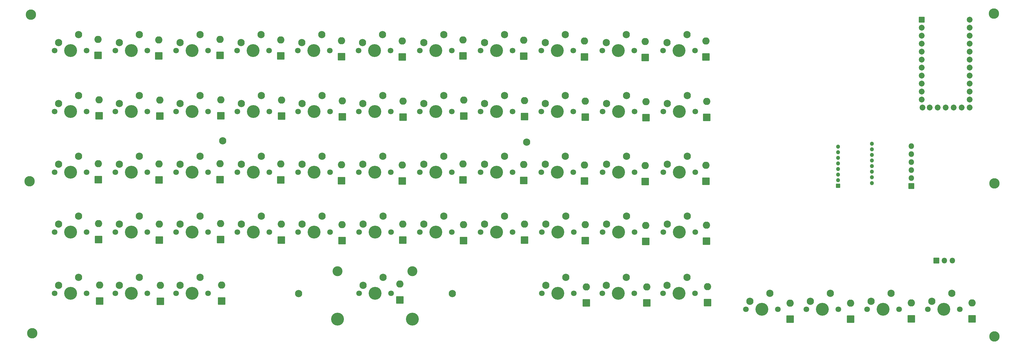
<source format=gbr>
G04 #@! TF.GenerationSoftware,KiCad,Pcbnew,(6.0.1)*
G04 #@! TF.CreationDate,2022-09-15T15:26:52-07:00*
G04 #@! TF.ProjectId,openot rev2,6f70656e-6f74-4207-9265-76322e6b6963,rev?*
G04 #@! TF.SameCoordinates,Original*
G04 #@! TF.FileFunction,Soldermask,Top*
G04 #@! TF.FilePolarity,Negative*
%FSLAX46Y46*%
G04 Gerber Fmt 4.6, Leading zero omitted, Abs format (unit mm)*
G04 Created by KiCad (PCBNEW (6.0.1)) date 2022-09-15 15:26:52*
%MOMM*%
%LPD*%
G01*
G04 APERTURE LIST*
G04 Aperture macros list*
%AMRoundRect*
0 Rectangle with rounded corners*
0 $1 Rounding radius*
0 $2 $3 $4 $5 $6 $7 $8 $9 X,Y pos of 4 corners*
0 Add a 4 corners polygon primitive as box body*
4,1,4,$2,$3,$4,$5,$6,$7,$8,$9,$2,$3,0*
0 Add four circle primitives for the rounded corners*
1,1,$1+$1,$2,$3*
1,1,$1+$1,$4,$5*
1,1,$1+$1,$6,$7*
1,1,$1+$1,$8,$9*
0 Add four rect primitives between the rounded corners*
20,1,$1+$1,$2,$3,$4,$5,0*
20,1,$1+$1,$4,$5,$6,$7,0*
20,1,$1+$1,$6,$7,$8,$9,0*
20,1,$1+$1,$8,$9,$2,$3,0*%
G04 Aperture macros list end*
%ADD10C,1.802000*%
%ADD11C,4.102000*%
%ADD12C,2.302000*%
%ADD13RoundRect,0.051000X1.100000X-1.100000X1.100000X1.100000X-1.100000X1.100000X-1.100000X-1.100000X0*%
%ADD14O,2.302000X2.302000*%
%ADD15C,3.302000*%
%ADD16C,3.152000*%
%ADD17RoundRect,0.051000X-0.876300X0.876300X-0.876300X-0.876300X0.876300X-0.876300X0.876300X0.876300X0*%
%ADD18C,1.854600*%
%ADD19RoundRect,0.051000X0.850000X-0.850000X0.850000X0.850000X-0.850000X0.850000X-0.850000X-0.850000X0*%
%ADD20O,1.802000X1.802000*%
%ADD21RoundRect,0.051000X-0.850000X-0.850000X0.850000X-0.850000X0.850000X0.850000X-0.850000X0.850000X0*%
%ADD22RoundRect,0.051000X-0.600000X-0.600000X0.600000X-0.600000X0.600000X0.600000X-0.600000X0.600000X0*%
%ADD23C,1.302000*%
G04 APERTURE END LIST*
D10*
X149895683Y-131614634D03*
X160055683Y-131614634D03*
D11*
X154975683Y-131614634D03*
D12*
X157515683Y-126534634D03*
X151165683Y-129074634D03*
D13*
X183174550Y-153253332D03*
D14*
X183174550Y-148173332D03*
D10*
X121290416Y-92943319D03*
X111130416Y-92943319D03*
D11*
X116210416Y-92943319D03*
D12*
X118750416Y-87863319D03*
X112400416Y-90403319D03*
D15*
X371053483Y-81170234D03*
D10*
X111109883Y-170121034D03*
D11*
X116189883Y-170121034D03*
D10*
X121269883Y-170121034D03*
D12*
X118729883Y-165041034D03*
X112379883Y-167581034D03*
D13*
X86522683Y-153073800D03*
D14*
X86522683Y-147993800D03*
D10*
X227238683Y-131614634D03*
D11*
X232318683Y-131614634D03*
D10*
X237398683Y-131614634D03*
D12*
X234858683Y-126534634D03*
X228508683Y-129074634D03*
D13*
X240954683Y-134444817D03*
D14*
X240954683Y-129364817D03*
D12*
X198943083Y-170222634D03*
D13*
X163708416Y-94848319D03*
D14*
X163708416Y-89768319D03*
D10*
X227416483Y-170121034D03*
D11*
X232496483Y-170121034D03*
D10*
X237576483Y-170121034D03*
D12*
X235036483Y-165041034D03*
X228686483Y-167581034D03*
D10*
X188635550Y-150677149D03*
D11*
X193715550Y-150677149D03*
D10*
X198795550Y-150677149D03*
D12*
X196255550Y-145597149D03*
X189905550Y-148137149D03*
D15*
X371256683Y-135221434D03*
D13*
X86649683Y-113653000D03*
D14*
X86649683Y-108573000D03*
D13*
X241513483Y-173205217D03*
D14*
X241513483Y-168125217D03*
D13*
X86365416Y-94503502D03*
D14*
X86365416Y-89423502D03*
D13*
X183042683Y-134444817D03*
D14*
X183042683Y-129364817D03*
D11*
X77632683Y-112310634D03*
D10*
X72552683Y-112310634D03*
X82712683Y-112310634D03*
D12*
X80172683Y-107230634D03*
X73822683Y-109770634D03*
D11*
X174279683Y-112310634D03*
D10*
X179359683Y-112310634D03*
X169199683Y-112310634D03*
D12*
X176819683Y-107230634D03*
X170469683Y-109770634D03*
D11*
X162481283Y-178361034D03*
D10*
X169301283Y-170121034D03*
X179461283Y-170121034D03*
D16*
X162481283Y-163121034D03*
D11*
X174381283Y-170121034D03*
X186281283Y-178361034D03*
D16*
X186281283Y-163121034D03*
D12*
X176921283Y-165041034D03*
X170571283Y-167581034D03*
D13*
X279689683Y-153581800D03*
D14*
X279689683Y-148501800D03*
D13*
X144434683Y-134100000D03*
D14*
X144434683Y-129020000D03*
D13*
X105953683Y-113780000D03*
D14*
X105953683Y-108700000D03*
D13*
X163865683Y-153418617D03*
D14*
X163865683Y-148338617D03*
D10*
X265922883Y-170121034D03*
X276082883Y-170121034D03*
D11*
X271002883Y-170121034D03*
D12*
X273542883Y-165041034D03*
X267192883Y-167581034D03*
D13*
X202478550Y-153380332D03*
D14*
X202478550Y-148300332D03*
D10*
X82682416Y-92943319D03*
D11*
X77602416Y-92943319D03*
D10*
X72522416Y-92943319D03*
D12*
X80142416Y-87863319D03*
X73792416Y-90403319D03*
X125943483Y-121607034D03*
D11*
X135671683Y-112310634D03*
D10*
X140751683Y-112310634D03*
X130591683Y-112310634D03*
D12*
X138211683Y-107230634D03*
X131861683Y-109770634D03*
D13*
X86395683Y-133973000D03*
D14*
X86395683Y-128893000D03*
D11*
X96885883Y-170121034D03*
D10*
X91805883Y-170121034D03*
X101965883Y-170121034D03*
D12*
X99425883Y-165041034D03*
X93075883Y-167581034D03*
D13*
X125587883Y-172606400D03*
D14*
X125587883Y-167526400D03*
D13*
X221620416Y-94757502D03*
D14*
X221620416Y-89677502D03*
D15*
X64577083Y-134510234D03*
D13*
X364144683Y-178245201D03*
D14*
X364144683Y-173165201D03*
D13*
X221904683Y-113907000D03*
D14*
X221904683Y-108827000D03*
D10*
X91856683Y-131614634D03*
X102016683Y-131614634D03*
D11*
X96936683Y-131614634D03*
D12*
X99476683Y-126534634D03*
X93126683Y-129074634D03*
D10*
X121320683Y-150715434D03*
D11*
X116240683Y-150715434D03*
D10*
X111160683Y-150715434D03*
D12*
X118780683Y-145635434D03*
X112430683Y-148175434D03*
D10*
X82712683Y-150715434D03*
X72552683Y-150715434D03*
D11*
X77632683Y-150715434D03*
D12*
X80172683Y-145635434D03*
X73822683Y-148175434D03*
D13*
X106156883Y-172733400D03*
D14*
X106156883Y-167653400D03*
D10*
X246669683Y-150715434D03*
X256829683Y-150715434D03*
D11*
X251749683Y-150715434D03*
D12*
X254289683Y-145635434D03*
X247939683Y-148175434D03*
D10*
X91856683Y-150715434D03*
X102016683Y-150715434D03*
D11*
X96936683Y-150715434D03*
D12*
X99476683Y-145635434D03*
X93126683Y-148175434D03*
D13*
X163738683Y-134317817D03*
D14*
X163738683Y-129237817D03*
D17*
X348142683Y-83151434D03*
D18*
X348142683Y-85691434D03*
X348142683Y-88231434D03*
X348142683Y-90771434D03*
X348142683Y-93311434D03*
X348142683Y-95851434D03*
X348142683Y-98391434D03*
X348142683Y-100931434D03*
X348142683Y-103471434D03*
X348142683Y-106011434D03*
X348142683Y-108551434D03*
X348371283Y-111091434D03*
X363382683Y-111091434D03*
X363382683Y-108551434D03*
X363382683Y-106011434D03*
X363382683Y-103471434D03*
X363382683Y-100931434D03*
X363382683Y-98391434D03*
X363382683Y-95851434D03*
X363382683Y-93311434D03*
X363382683Y-90771434D03*
X363382683Y-88231434D03*
X363382683Y-85691434D03*
X363382683Y-83151434D03*
X350682683Y-111091434D03*
X353222683Y-111091434D03*
X355762683Y-111091434D03*
X358302683Y-111091434D03*
X360842683Y-111091434D03*
D13*
X86852883Y-172606400D03*
D14*
X86852883Y-167526400D03*
D15*
X65034283Y-81475034D03*
D10*
X179491550Y-150677149D03*
D11*
X174411550Y-150677149D03*
D10*
X169331550Y-150677149D03*
D12*
X176951550Y-145597149D03*
X170601550Y-148137149D03*
D13*
X344840683Y-178245201D03*
D14*
X344840683Y-173165201D03*
D10*
X350047684Y-175251835D03*
X360207684Y-175251835D03*
D11*
X355127684Y-175251835D03*
D12*
X357667684Y-170171835D03*
X351317684Y-172711835D03*
D10*
X198760416Y-92943319D03*
D11*
X193680416Y-92943319D03*
D10*
X188600416Y-92943319D03*
D12*
X196220416Y-87863319D03*
X189870416Y-90403319D03*
D13*
X306308883Y-178336019D03*
D14*
X306308883Y-173256019D03*
D13*
X279532416Y-95011502D03*
D14*
X279532416Y-89931502D03*
D10*
X160025416Y-92943319D03*
D11*
X154945416Y-92943319D03*
D10*
X149865416Y-92943319D03*
D12*
X157485416Y-87863319D03*
X151135416Y-90403319D03*
D13*
X279816683Y-114161000D03*
D14*
X279816683Y-109081000D03*
D10*
X227238683Y-112310634D03*
X237398683Y-112310634D03*
D11*
X232318683Y-112310634D03*
D12*
X234858683Y-107230634D03*
X228508683Y-109770634D03*
D10*
X198790683Y-112310634D03*
D11*
X193710683Y-112310634D03*
D10*
X188630683Y-112310634D03*
D12*
X196250683Y-107230634D03*
X189900683Y-109770634D03*
D13*
X221650683Y-134227000D03*
D14*
X221650683Y-129147000D03*
D13*
X125257683Y-153073800D03*
D14*
X125257683Y-147993800D03*
D13*
X125100416Y-94503502D03*
D14*
X125100416Y-89423502D03*
D10*
X198790683Y-131614634D03*
D11*
X193710683Y-131614634D03*
D10*
X188630683Y-131614634D03*
D12*
X196250683Y-126534634D03*
X189900683Y-129074634D03*
D13*
X241208683Y-114124817D03*
D14*
X241208683Y-109044817D03*
D11*
X135641416Y-92943319D03*
D10*
X130561416Y-92943319D03*
X140721416Y-92943319D03*
D12*
X138181416Y-87863319D03*
X131831416Y-90403319D03*
D10*
X130591683Y-150715434D03*
X140751683Y-150715434D03*
D11*
X135671683Y-150715434D03*
D12*
X138211683Y-145635434D03*
X131861683Y-148175434D03*
D10*
X256829683Y-112310634D03*
D11*
X251749683Y-112310634D03*
D10*
X246669683Y-112310634D03*
D12*
X254289683Y-107230634D03*
X247939683Y-109770634D03*
D10*
X121320683Y-112310634D03*
D11*
X116240683Y-112310634D03*
D10*
X111160683Y-112310634D03*
D12*
X118780683Y-107230634D03*
X112430683Y-109770634D03*
D10*
X276133683Y-112310634D03*
D11*
X271053683Y-112310634D03*
D10*
X265973683Y-112310634D03*
D12*
X273593683Y-107230634D03*
X267243683Y-109770634D03*
D10*
X265943416Y-92943319D03*
X276103416Y-92943319D03*
D11*
X271023416Y-92943319D03*
D12*
X273563416Y-87863319D03*
X267213416Y-90403319D03*
D13*
X325536684Y-178336018D03*
D14*
X325536684Y-173256018D03*
D13*
X144688683Y-113780000D03*
D14*
X144688683Y-108700000D03*
D13*
X260228416Y-95102319D03*
D14*
X260228416Y-90022319D03*
D10*
X237368416Y-92943319D03*
X227208416Y-92943319D03*
D11*
X232288416Y-92943319D03*
D12*
X234828416Y-87863319D03*
X228478416Y-90403319D03*
D13*
X144404416Y-94630502D03*
D14*
X144404416Y-89550502D03*
D11*
X232450550Y-150677149D03*
D10*
X237530550Y-150677149D03*
X227370550Y-150677149D03*
D12*
X234990550Y-145597149D03*
X228640550Y-148137149D03*
D10*
X265973683Y-150715434D03*
X276133683Y-150715434D03*
D11*
X271053683Y-150715434D03*
D12*
X273593683Y-145635434D03*
X267243683Y-148175434D03*
D13*
X240924416Y-94975319D03*
D14*
X240924416Y-89895319D03*
D19*
X352816283Y-159757834D03*
D20*
X355356283Y-159757834D03*
X357896283Y-159757834D03*
D13*
X105699683Y-134100000D03*
D14*
X105699683Y-129020000D03*
D13*
X260385683Y-153672617D03*
D14*
X260385683Y-148592617D03*
D10*
X111160683Y-131614634D03*
D11*
X116240683Y-131614634D03*
D10*
X121320683Y-131614634D03*
D12*
X118780683Y-126534634D03*
X112430683Y-129074634D03*
D13*
X105669416Y-94630502D03*
D14*
X105669416Y-89550502D03*
D13*
X202316416Y-94630502D03*
D14*
X202316416Y-89550502D03*
D11*
X154975683Y-112310634D03*
D10*
X149895683Y-112310634D03*
X160055683Y-112310634D03*
D12*
X157515683Y-107230634D03*
X151165683Y-109770634D03*
D11*
X174249416Y-92943319D03*
D10*
X169169416Y-92943319D03*
X179329416Y-92943319D03*
D12*
X176789416Y-87863319D03*
X170439416Y-90403319D03*
D11*
X335823684Y-175251835D03*
D10*
X330743684Y-175251835D03*
X340903684Y-175251835D03*
D12*
X338363684Y-170171835D03*
X332013684Y-172711835D03*
D13*
X183296683Y-114124817D03*
D14*
X183296683Y-109044817D03*
D20*
X344840683Y-123334234D03*
X344840683Y-125874234D03*
X344840683Y-128414234D03*
X344840683Y-130954234D03*
X344840683Y-133494234D03*
D21*
X344840683Y-136034234D03*
D13*
X279562683Y-134481000D03*
D14*
X279562683Y-129401000D03*
D13*
X202600683Y-113780000D03*
D14*
X202600683Y-108700000D03*
D13*
X241213550Y-153380332D03*
D14*
X241213550Y-148300332D03*
D13*
X125130683Y-133973000D03*
D14*
X125130683Y-128893000D03*
D13*
X144561683Y-153200800D03*
D14*
X144561683Y-148120800D03*
D13*
X125384683Y-113653000D03*
D14*
X125384683Y-108573000D03*
D10*
X140751683Y-131614634D03*
X130591683Y-131614634D03*
D11*
X135671683Y-131614634D03*
D12*
X138211683Y-126534634D03*
X131861683Y-129074634D03*
D10*
X321599683Y-175251835D03*
X311439683Y-175251835D03*
D11*
X316519683Y-175251835D03*
D12*
X319059683Y-170171835D03*
X312709683Y-172711835D03*
D10*
X218099550Y-150677149D03*
X207939550Y-150677149D03*
D11*
X213019550Y-150677149D03*
D12*
X215559550Y-145597149D03*
X209209550Y-148137149D03*
D11*
X212984416Y-92943319D03*
D10*
X207904416Y-92943319D03*
X218064416Y-92943319D03*
D12*
X215524416Y-87863319D03*
X209174416Y-90403319D03*
D13*
X183012416Y-94975319D03*
D14*
X183012416Y-89895319D03*
D11*
X251698883Y-170121034D03*
D10*
X256778883Y-170121034D03*
X246618883Y-170121034D03*
D12*
X254238883Y-165041034D03*
X247888883Y-167581034D03*
D10*
X101986416Y-92943319D03*
X91826416Y-92943319D03*
D11*
X96906416Y-92943319D03*
D12*
X99446416Y-87863319D03*
X93096416Y-90403319D03*
D10*
X82661883Y-170121034D03*
X72501883Y-170121034D03*
D11*
X77581883Y-170121034D03*
D12*
X80121883Y-165041034D03*
X73771883Y-167581034D03*
D11*
X297291883Y-175251834D03*
D10*
X302371883Y-175251834D03*
X292211883Y-175251834D03*
D12*
X299831883Y-170171834D03*
X293481883Y-172711834D03*
D13*
X280019883Y-173114400D03*
D14*
X280019883Y-168034400D03*
D12*
X222565083Y-122064234D03*
D13*
X221909550Y-153253332D03*
D14*
X221909550Y-148173332D03*
D15*
X65389883Y-182871834D03*
D13*
X202346683Y-134100000D03*
D14*
X202346683Y-129020000D03*
D10*
X256829683Y-131614634D03*
X246669683Y-131614634D03*
D11*
X251749683Y-131614634D03*
D12*
X254289683Y-126534634D03*
X247939683Y-129074634D03*
D10*
X179359683Y-131614634D03*
X169199683Y-131614634D03*
D11*
X174279683Y-131614634D03*
D12*
X176819683Y-126534634D03*
X170469683Y-129074634D03*
D10*
X102016683Y-112310634D03*
D11*
X96936683Y-112310634D03*
D10*
X91856683Y-112310634D03*
D12*
X99476683Y-107230634D03*
X93126683Y-109770634D03*
D13*
X260715883Y-173205217D03*
D14*
X260715883Y-168125217D03*
D13*
X260512683Y-114251817D03*
D14*
X260512683Y-109171817D03*
D10*
X265973683Y-131614634D03*
X276133683Y-131614634D03*
D11*
X271053683Y-131614634D03*
D12*
X273593683Y-126534634D03*
X267243683Y-129074634D03*
D10*
X218094683Y-112310634D03*
X207934683Y-112310634D03*
D11*
X213014683Y-112310634D03*
D12*
X215554683Y-107230634D03*
X209204683Y-109770634D03*
D10*
X160055683Y-150715434D03*
X149895683Y-150715434D03*
D11*
X154975683Y-150715434D03*
D12*
X157515683Y-145635434D03*
X151165683Y-148175434D03*
D13*
X105826683Y-153200800D03*
D14*
X105826683Y-148120800D03*
D10*
X82712683Y-131614634D03*
D11*
X77632683Y-131614634D03*
D10*
X72552683Y-131614634D03*
D12*
X80172683Y-126534634D03*
X73822683Y-129074634D03*
D13*
X163992683Y-113997817D03*
D14*
X163992683Y-108917817D03*
D12*
X150098883Y-170248034D03*
D13*
X260258683Y-134571817D03*
D14*
X260258683Y-129491817D03*
D13*
X182280683Y-172240017D03*
D14*
X182280683Y-167160017D03*
D10*
X256799416Y-92943319D03*
D11*
X251719416Y-92943319D03*
D10*
X246639416Y-92943319D03*
D12*
X254259416Y-87863319D03*
X247909416Y-90403319D03*
D15*
X371205883Y-183887834D03*
D10*
X207934683Y-131614634D03*
D11*
X213014683Y-131614634D03*
D10*
X218094683Y-131614634D03*
D12*
X215554683Y-126534634D03*
X209204683Y-129074634D03*
D22*
X321576683Y-135952234D03*
D23*
X321576683Y-134172234D03*
X321576683Y-132392234D03*
X321576683Y-130612234D03*
X321576683Y-128832234D03*
X321576683Y-127052234D03*
X321576683Y-125272234D03*
X321576683Y-123492234D03*
X332276683Y-122602234D03*
X332276683Y-124382234D03*
X332276683Y-126162234D03*
X332276683Y-127942234D03*
X332276683Y-129722234D03*
X332276683Y-131502234D03*
X332276683Y-133282234D03*
X332276683Y-135062234D03*
M02*

</source>
